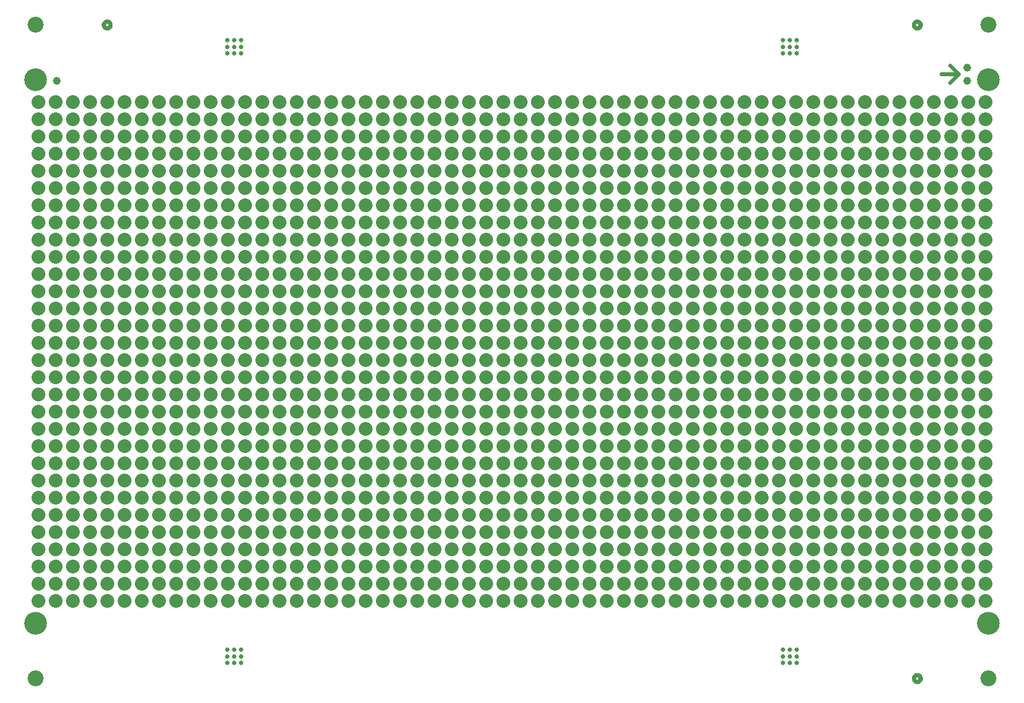
<source format=gts>
G75*
%MOIN*%
%OFA0B0*%
%FSLAX25Y25*%
%IPPOS*%
%LPD*%
%AMOC8*
5,1,8,0,0,1.08239X$1,22.5*
%
%ADD10C,0.13198*%
%ADD11C,0.02400*%
%ADD12C,0.02569*%
%ADD13C,0.09261*%
%ADD14C,0.04537*%
%ADD15C,0.08000*%
D10*
X0016427Y0040580D03*
X0016427Y0356721D03*
X0569576Y0356721D03*
X0569576Y0040580D03*
D11*
X0526269Y0008690D02*
X0526271Y0008778D01*
X0526277Y0008866D01*
X0526287Y0008954D01*
X0526301Y0009042D01*
X0526318Y0009128D01*
X0526340Y0009214D01*
X0526365Y0009298D01*
X0526395Y0009382D01*
X0526427Y0009464D01*
X0526464Y0009544D01*
X0526504Y0009623D01*
X0526548Y0009700D01*
X0526595Y0009775D01*
X0526645Y0009847D01*
X0526699Y0009918D01*
X0526755Y0009985D01*
X0526815Y0010051D01*
X0526877Y0010113D01*
X0526943Y0010173D01*
X0527010Y0010229D01*
X0527081Y0010283D01*
X0527153Y0010333D01*
X0527228Y0010380D01*
X0527305Y0010424D01*
X0527384Y0010464D01*
X0527464Y0010501D01*
X0527546Y0010533D01*
X0527630Y0010563D01*
X0527714Y0010588D01*
X0527800Y0010610D01*
X0527886Y0010627D01*
X0527974Y0010641D01*
X0528062Y0010651D01*
X0528150Y0010657D01*
X0528238Y0010659D01*
X0528326Y0010657D01*
X0528414Y0010651D01*
X0528502Y0010641D01*
X0528590Y0010627D01*
X0528676Y0010610D01*
X0528762Y0010588D01*
X0528846Y0010563D01*
X0528930Y0010533D01*
X0529012Y0010501D01*
X0529092Y0010464D01*
X0529171Y0010424D01*
X0529248Y0010380D01*
X0529323Y0010333D01*
X0529395Y0010283D01*
X0529466Y0010229D01*
X0529533Y0010173D01*
X0529599Y0010113D01*
X0529661Y0010051D01*
X0529721Y0009985D01*
X0529777Y0009918D01*
X0529831Y0009847D01*
X0529881Y0009775D01*
X0529928Y0009700D01*
X0529972Y0009623D01*
X0530012Y0009544D01*
X0530049Y0009464D01*
X0530081Y0009382D01*
X0530111Y0009298D01*
X0530136Y0009214D01*
X0530158Y0009128D01*
X0530175Y0009042D01*
X0530189Y0008954D01*
X0530199Y0008866D01*
X0530205Y0008778D01*
X0530207Y0008690D01*
X0530205Y0008602D01*
X0530199Y0008514D01*
X0530189Y0008426D01*
X0530175Y0008338D01*
X0530158Y0008252D01*
X0530136Y0008166D01*
X0530111Y0008082D01*
X0530081Y0007998D01*
X0530049Y0007916D01*
X0530012Y0007836D01*
X0529972Y0007757D01*
X0529928Y0007680D01*
X0529881Y0007605D01*
X0529831Y0007533D01*
X0529777Y0007462D01*
X0529721Y0007395D01*
X0529661Y0007329D01*
X0529599Y0007267D01*
X0529533Y0007207D01*
X0529466Y0007151D01*
X0529395Y0007097D01*
X0529323Y0007047D01*
X0529248Y0007000D01*
X0529171Y0006956D01*
X0529092Y0006916D01*
X0529012Y0006879D01*
X0528930Y0006847D01*
X0528846Y0006817D01*
X0528762Y0006792D01*
X0528676Y0006770D01*
X0528590Y0006753D01*
X0528502Y0006739D01*
X0528414Y0006729D01*
X0528326Y0006723D01*
X0528238Y0006721D01*
X0528150Y0006723D01*
X0528062Y0006729D01*
X0527974Y0006739D01*
X0527886Y0006753D01*
X0527800Y0006770D01*
X0527714Y0006792D01*
X0527630Y0006817D01*
X0527546Y0006847D01*
X0527464Y0006879D01*
X0527384Y0006916D01*
X0527305Y0006956D01*
X0527228Y0007000D01*
X0527153Y0007047D01*
X0527081Y0007097D01*
X0527010Y0007151D01*
X0526943Y0007207D01*
X0526877Y0007267D01*
X0526815Y0007329D01*
X0526755Y0007395D01*
X0526699Y0007462D01*
X0526645Y0007533D01*
X0526595Y0007605D01*
X0526548Y0007680D01*
X0526504Y0007757D01*
X0526464Y0007836D01*
X0526427Y0007916D01*
X0526395Y0007998D01*
X0526365Y0008082D01*
X0526340Y0008166D01*
X0526318Y0008252D01*
X0526301Y0008338D01*
X0526287Y0008426D01*
X0526277Y0008514D01*
X0526271Y0008602D01*
X0526269Y0008690D01*
X0547253Y0354900D02*
X0552253Y0359900D01*
X0547253Y0364900D01*
X0542253Y0359900D02*
X0552253Y0359900D01*
X0526269Y0388611D02*
X0526271Y0388699D01*
X0526277Y0388787D01*
X0526287Y0388875D01*
X0526301Y0388963D01*
X0526318Y0389049D01*
X0526340Y0389135D01*
X0526365Y0389219D01*
X0526395Y0389303D01*
X0526427Y0389385D01*
X0526464Y0389465D01*
X0526504Y0389544D01*
X0526548Y0389621D01*
X0526595Y0389696D01*
X0526645Y0389768D01*
X0526699Y0389839D01*
X0526755Y0389906D01*
X0526815Y0389972D01*
X0526877Y0390034D01*
X0526943Y0390094D01*
X0527010Y0390150D01*
X0527081Y0390204D01*
X0527153Y0390254D01*
X0527228Y0390301D01*
X0527305Y0390345D01*
X0527384Y0390385D01*
X0527464Y0390422D01*
X0527546Y0390454D01*
X0527630Y0390484D01*
X0527714Y0390509D01*
X0527800Y0390531D01*
X0527886Y0390548D01*
X0527974Y0390562D01*
X0528062Y0390572D01*
X0528150Y0390578D01*
X0528238Y0390580D01*
X0528326Y0390578D01*
X0528414Y0390572D01*
X0528502Y0390562D01*
X0528590Y0390548D01*
X0528676Y0390531D01*
X0528762Y0390509D01*
X0528846Y0390484D01*
X0528930Y0390454D01*
X0529012Y0390422D01*
X0529092Y0390385D01*
X0529171Y0390345D01*
X0529248Y0390301D01*
X0529323Y0390254D01*
X0529395Y0390204D01*
X0529466Y0390150D01*
X0529533Y0390094D01*
X0529599Y0390034D01*
X0529661Y0389972D01*
X0529721Y0389906D01*
X0529777Y0389839D01*
X0529831Y0389768D01*
X0529881Y0389696D01*
X0529928Y0389621D01*
X0529972Y0389544D01*
X0530012Y0389465D01*
X0530049Y0389385D01*
X0530081Y0389303D01*
X0530111Y0389219D01*
X0530136Y0389135D01*
X0530158Y0389049D01*
X0530175Y0388963D01*
X0530189Y0388875D01*
X0530199Y0388787D01*
X0530205Y0388699D01*
X0530207Y0388611D01*
X0530205Y0388523D01*
X0530199Y0388435D01*
X0530189Y0388347D01*
X0530175Y0388259D01*
X0530158Y0388173D01*
X0530136Y0388087D01*
X0530111Y0388003D01*
X0530081Y0387919D01*
X0530049Y0387837D01*
X0530012Y0387757D01*
X0529972Y0387678D01*
X0529928Y0387601D01*
X0529881Y0387526D01*
X0529831Y0387454D01*
X0529777Y0387383D01*
X0529721Y0387316D01*
X0529661Y0387250D01*
X0529599Y0387188D01*
X0529533Y0387128D01*
X0529466Y0387072D01*
X0529395Y0387018D01*
X0529323Y0386968D01*
X0529248Y0386921D01*
X0529171Y0386877D01*
X0529092Y0386837D01*
X0529012Y0386800D01*
X0528930Y0386768D01*
X0528846Y0386738D01*
X0528762Y0386713D01*
X0528676Y0386691D01*
X0528590Y0386674D01*
X0528502Y0386660D01*
X0528414Y0386650D01*
X0528326Y0386644D01*
X0528238Y0386642D01*
X0528150Y0386644D01*
X0528062Y0386650D01*
X0527974Y0386660D01*
X0527886Y0386674D01*
X0527800Y0386691D01*
X0527714Y0386713D01*
X0527630Y0386738D01*
X0527546Y0386768D01*
X0527464Y0386800D01*
X0527384Y0386837D01*
X0527305Y0386877D01*
X0527228Y0386921D01*
X0527153Y0386968D01*
X0527081Y0387018D01*
X0527010Y0387072D01*
X0526943Y0387128D01*
X0526877Y0387188D01*
X0526815Y0387250D01*
X0526755Y0387316D01*
X0526699Y0387383D01*
X0526645Y0387454D01*
X0526595Y0387526D01*
X0526548Y0387601D01*
X0526504Y0387678D01*
X0526464Y0387757D01*
X0526427Y0387837D01*
X0526395Y0387919D01*
X0526365Y0388003D01*
X0526340Y0388087D01*
X0526318Y0388173D01*
X0526301Y0388259D01*
X0526287Y0388347D01*
X0526277Y0388435D01*
X0526271Y0388523D01*
X0526269Y0388611D01*
X0055796Y0388611D02*
X0055798Y0388699D01*
X0055804Y0388787D01*
X0055814Y0388875D01*
X0055828Y0388963D01*
X0055845Y0389049D01*
X0055867Y0389135D01*
X0055892Y0389219D01*
X0055922Y0389303D01*
X0055954Y0389385D01*
X0055991Y0389465D01*
X0056031Y0389544D01*
X0056075Y0389621D01*
X0056122Y0389696D01*
X0056172Y0389768D01*
X0056226Y0389839D01*
X0056282Y0389906D01*
X0056342Y0389972D01*
X0056404Y0390034D01*
X0056470Y0390094D01*
X0056537Y0390150D01*
X0056608Y0390204D01*
X0056680Y0390254D01*
X0056755Y0390301D01*
X0056832Y0390345D01*
X0056911Y0390385D01*
X0056991Y0390422D01*
X0057073Y0390454D01*
X0057157Y0390484D01*
X0057241Y0390509D01*
X0057327Y0390531D01*
X0057413Y0390548D01*
X0057501Y0390562D01*
X0057589Y0390572D01*
X0057677Y0390578D01*
X0057765Y0390580D01*
X0057853Y0390578D01*
X0057941Y0390572D01*
X0058029Y0390562D01*
X0058117Y0390548D01*
X0058203Y0390531D01*
X0058289Y0390509D01*
X0058373Y0390484D01*
X0058457Y0390454D01*
X0058539Y0390422D01*
X0058619Y0390385D01*
X0058698Y0390345D01*
X0058775Y0390301D01*
X0058850Y0390254D01*
X0058922Y0390204D01*
X0058993Y0390150D01*
X0059060Y0390094D01*
X0059126Y0390034D01*
X0059188Y0389972D01*
X0059248Y0389906D01*
X0059304Y0389839D01*
X0059358Y0389768D01*
X0059408Y0389696D01*
X0059455Y0389621D01*
X0059499Y0389544D01*
X0059539Y0389465D01*
X0059576Y0389385D01*
X0059608Y0389303D01*
X0059638Y0389219D01*
X0059663Y0389135D01*
X0059685Y0389049D01*
X0059702Y0388963D01*
X0059716Y0388875D01*
X0059726Y0388787D01*
X0059732Y0388699D01*
X0059734Y0388611D01*
X0059732Y0388523D01*
X0059726Y0388435D01*
X0059716Y0388347D01*
X0059702Y0388259D01*
X0059685Y0388173D01*
X0059663Y0388087D01*
X0059638Y0388003D01*
X0059608Y0387919D01*
X0059576Y0387837D01*
X0059539Y0387757D01*
X0059499Y0387678D01*
X0059455Y0387601D01*
X0059408Y0387526D01*
X0059358Y0387454D01*
X0059304Y0387383D01*
X0059248Y0387316D01*
X0059188Y0387250D01*
X0059126Y0387188D01*
X0059060Y0387128D01*
X0058993Y0387072D01*
X0058922Y0387018D01*
X0058850Y0386968D01*
X0058775Y0386921D01*
X0058698Y0386877D01*
X0058619Y0386837D01*
X0058539Y0386800D01*
X0058457Y0386768D01*
X0058373Y0386738D01*
X0058289Y0386713D01*
X0058203Y0386691D01*
X0058117Y0386674D01*
X0058029Y0386660D01*
X0057941Y0386650D01*
X0057853Y0386644D01*
X0057765Y0386642D01*
X0057677Y0386644D01*
X0057589Y0386650D01*
X0057501Y0386660D01*
X0057413Y0386674D01*
X0057327Y0386691D01*
X0057241Y0386713D01*
X0057157Y0386738D01*
X0057073Y0386768D01*
X0056991Y0386800D01*
X0056911Y0386837D01*
X0056832Y0386877D01*
X0056755Y0386921D01*
X0056680Y0386968D01*
X0056608Y0387018D01*
X0056537Y0387072D01*
X0056470Y0387128D01*
X0056404Y0387188D01*
X0056342Y0387250D01*
X0056282Y0387316D01*
X0056226Y0387383D01*
X0056172Y0387454D01*
X0056122Y0387526D01*
X0056075Y0387601D01*
X0056031Y0387678D01*
X0055991Y0387757D01*
X0055954Y0387837D01*
X0055922Y0387919D01*
X0055892Y0388003D01*
X0055867Y0388087D01*
X0055845Y0388173D01*
X0055828Y0388259D01*
X0055814Y0388347D01*
X0055804Y0388435D01*
X0055798Y0388523D01*
X0055796Y0388611D01*
D12*
X0127647Y0379753D03*
X0131584Y0379753D03*
X0135521Y0379753D03*
X0135521Y0375816D03*
X0131584Y0375816D03*
X0127647Y0375816D03*
X0127647Y0371879D03*
X0131584Y0371879D03*
X0135521Y0371879D03*
X0450482Y0371879D03*
X0450482Y0375816D03*
X0450482Y0379753D03*
X0454419Y0379753D03*
X0458356Y0379753D03*
X0458356Y0375816D03*
X0454419Y0375816D03*
X0454419Y0371879D03*
X0458356Y0371879D03*
X0458356Y0025422D03*
X0458356Y0021485D03*
X0458356Y0017548D03*
X0454419Y0017548D03*
X0454419Y0021485D03*
X0454419Y0025422D03*
X0450482Y0025422D03*
X0450482Y0021485D03*
X0450482Y0017548D03*
X0135521Y0017548D03*
X0131584Y0017548D03*
X0127647Y0017548D03*
X0127647Y0021485D03*
X0127647Y0025422D03*
X0131584Y0025422D03*
X0131584Y0021485D03*
X0135521Y0021485D03*
X0135521Y0025422D03*
D13*
X0016427Y0008690D03*
X0016427Y0388611D03*
X0569576Y0388611D03*
X0569576Y0008690D03*
D14*
X0557253Y0356150D03*
X0557253Y0363650D03*
X0028750Y0356150D03*
D15*
X0028001Y0343650D03*
X0018001Y0343650D03*
X0018001Y0333650D03*
X0028001Y0333650D03*
X0028001Y0323650D03*
X0018001Y0323650D03*
X0018001Y0313650D03*
X0028001Y0313650D03*
X0028001Y0303650D03*
X0018001Y0303650D03*
X0018001Y0293650D03*
X0028001Y0293650D03*
X0028001Y0283650D03*
X0018001Y0283650D03*
X0018001Y0273650D03*
X0028001Y0273650D03*
X0028001Y0263650D03*
X0018001Y0263650D03*
X0018001Y0253650D03*
X0028001Y0253650D03*
X0028001Y0243650D03*
X0018001Y0243650D03*
X0018001Y0233650D03*
X0028001Y0233650D03*
X0028001Y0223650D03*
X0018001Y0223650D03*
X0018001Y0213650D03*
X0028001Y0213650D03*
X0028001Y0203650D03*
X0018001Y0203650D03*
X0018001Y0193650D03*
X0028001Y0193650D03*
X0028001Y0183650D03*
X0018001Y0183650D03*
X0018001Y0173650D03*
X0028001Y0173650D03*
X0028001Y0163650D03*
X0018001Y0163650D03*
X0018001Y0153650D03*
X0028001Y0153650D03*
X0028001Y0143650D03*
X0018001Y0143650D03*
X0018001Y0133650D03*
X0028001Y0133650D03*
X0028001Y0123650D03*
X0018001Y0123650D03*
X0018001Y0113650D03*
X0028001Y0113650D03*
X0028001Y0103650D03*
X0018001Y0103650D03*
X0018001Y0093650D03*
X0028001Y0093650D03*
X0028001Y0083650D03*
X0018001Y0083650D03*
X0018001Y0073650D03*
X0028001Y0073650D03*
X0028001Y0063650D03*
X0018001Y0063650D03*
X0018001Y0053650D03*
X0028001Y0053650D03*
X0038001Y0053650D03*
X0048001Y0053650D03*
X0058001Y0053650D03*
X0068001Y0053650D03*
X0078001Y0053650D03*
X0088001Y0053650D03*
X0098001Y0053650D03*
X0108001Y0053650D03*
X0118001Y0053650D03*
X0128001Y0053650D03*
X0138001Y0053650D03*
X0148001Y0053650D03*
X0158001Y0053650D03*
X0168001Y0053650D03*
X0178001Y0053650D03*
X0188001Y0053650D03*
X0198001Y0053650D03*
X0208001Y0053650D03*
X0218001Y0053650D03*
X0228001Y0053650D03*
X0238001Y0053650D03*
X0248001Y0053650D03*
X0258001Y0053650D03*
X0268001Y0053650D03*
X0278001Y0053650D03*
X0288001Y0053650D03*
X0298001Y0053650D03*
X0308001Y0053650D03*
X0318001Y0053650D03*
X0328001Y0053650D03*
X0338001Y0053650D03*
X0348001Y0053650D03*
X0358001Y0053650D03*
X0368001Y0053650D03*
X0378001Y0053650D03*
X0388001Y0053650D03*
X0398001Y0053650D03*
X0408001Y0053650D03*
X0418001Y0053650D03*
X0428001Y0053650D03*
X0438001Y0053650D03*
X0448001Y0053650D03*
X0458001Y0053650D03*
X0468001Y0053650D03*
X0478001Y0053650D03*
X0488001Y0053650D03*
X0498001Y0053650D03*
X0508001Y0053650D03*
X0518001Y0053650D03*
X0528001Y0053650D03*
X0538001Y0053650D03*
X0548001Y0053650D03*
X0558001Y0053650D03*
X0568001Y0053650D03*
X0568001Y0063650D03*
X0558001Y0063650D03*
X0548001Y0063650D03*
X0538001Y0063650D03*
X0528001Y0063650D03*
X0518001Y0063650D03*
X0508001Y0063650D03*
X0498001Y0063650D03*
X0488001Y0063650D03*
X0478001Y0063650D03*
X0468001Y0063650D03*
X0458001Y0063650D03*
X0448001Y0063650D03*
X0438001Y0063650D03*
X0428001Y0063650D03*
X0418001Y0063650D03*
X0408001Y0063650D03*
X0398001Y0063650D03*
X0388001Y0063650D03*
X0378001Y0063650D03*
X0368001Y0063650D03*
X0358001Y0063650D03*
X0348001Y0063650D03*
X0338001Y0063650D03*
X0328001Y0063650D03*
X0318001Y0063650D03*
X0308001Y0063650D03*
X0298001Y0063650D03*
X0288001Y0063650D03*
X0278001Y0063650D03*
X0268001Y0063650D03*
X0258001Y0063650D03*
X0248001Y0063650D03*
X0238001Y0063650D03*
X0228001Y0063650D03*
X0218001Y0063650D03*
X0208001Y0063650D03*
X0198001Y0063650D03*
X0188001Y0063650D03*
X0178001Y0063650D03*
X0168001Y0063650D03*
X0158001Y0063650D03*
X0148001Y0063650D03*
X0138001Y0063650D03*
X0128001Y0063650D03*
X0118001Y0063650D03*
X0108001Y0063650D03*
X0098001Y0063650D03*
X0088001Y0063650D03*
X0078001Y0063650D03*
X0068001Y0063650D03*
X0058001Y0063650D03*
X0048001Y0063650D03*
X0038001Y0063650D03*
X0038001Y0073650D03*
X0048001Y0073650D03*
X0058001Y0073650D03*
X0068001Y0073650D03*
X0078001Y0073650D03*
X0088001Y0073650D03*
X0098001Y0073650D03*
X0108001Y0073650D03*
X0118001Y0073650D03*
X0128001Y0073650D03*
X0138001Y0073650D03*
X0148001Y0073650D03*
X0158001Y0073650D03*
X0168001Y0073650D03*
X0178001Y0073650D03*
X0188001Y0073650D03*
X0198001Y0073650D03*
X0208001Y0073650D03*
X0218001Y0073650D03*
X0228001Y0073650D03*
X0238001Y0073650D03*
X0248001Y0073650D03*
X0258001Y0073650D03*
X0268001Y0073650D03*
X0278001Y0073650D03*
X0288001Y0073650D03*
X0298001Y0073650D03*
X0308001Y0073650D03*
X0318001Y0073650D03*
X0328001Y0073650D03*
X0338001Y0073650D03*
X0348001Y0073650D03*
X0358001Y0073650D03*
X0368001Y0073650D03*
X0378001Y0073650D03*
X0388001Y0073650D03*
X0398001Y0073650D03*
X0408001Y0073650D03*
X0418001Y0073650D03*
X0428001Y0073650D03*
X0438001Y0073650D03*
X0448001Y0073650D03*
X0458001Y0073650D03*
X0468001Y0073650D03*
X0478001Y0073650D03*
X0488001Y0073650D03*
X0498001Y0073650D03*
X0508001Y0073650D03*
X0518001Y0073650D03*
X0528001Y0073650D03*
X0538001Y0073650D03*
X0548001Y0073650D03*
X0558001Y0073650D03*
X0568001Y0073650D03*
X0568001Y0083650D03*
X0558001Y0083650D03*
X0548001Y0083650D03*
X0538001Y0083650D03*
X0528001Y0083650D03*
X0518001Y0083650D03*
X0508001Y0083650D03*
X0498001Y0083650D03*
X0488001Y0083650D03*
X0478001Y0083650D03*
X0468001Y0083650D03*
X0458001Y0083650D03*
X0448001Y0083650D03*
X0438001Y0083650D03*
X0428001Y0083650D03*
X0418001Y0083650D03*
X0408001Y0083650D03*
X0398001Y0083650D03*
X0388001Y0083650D03*
X0378001Y0083650D03*
X0368001Y0083650D03*
X0358001Y0083650D03*
X0348001Y0083650D03*
X0338001Y0083650D03*
X0328001Y0083650D03*
X0318001Y0083650D03*
X0308001Y0083650D03*
X0298001Y0083650D03*
X0288001Y0083650D03*
X0278001Y0083650D03*
X0268001Y0083650D03*
X0258001Y0083650D03*
X0248001Y0083650D03*
X0238001Y0083650D03*
X0228001Y0083650D03*
X0218001Y0083650D03*
X0208001Y0083650D03*
X0198001Y0083650D03*
X0188001Y0083650D03*
X0178001Y0083650D03*
X0168001Y0083650D03*
X0158001Y0083650D03*
X0148001Y0083650D03*
X0138001Y0083650D03*
X0128001Y0083650D03*
X0118001Y0083650D03*
X0108001Y0083650D03*
X0098001Y0083650D03*
X0088001Y0083650D03*
X0078001Y0083650D03*
X0068001Y0083650D03*
X0058001Y0083650D03*
X0048001Y0083650D03*
X0038001Y0083650D03*
X0038001Y0093650D03*
X0048001Y0093650D03*
X0058001Y0093650D03*
X0068001Y0093650D03*
X0078001Y0093650D03*
X0088001Y0093650D03*
X0098001Y0093650D03*
X0108001Y0093650D03*
X0118001Y0093650D03*
X0128001Y0093650D03*
X0138001Y0093650D03*
X0148001Y0093650D03*
X0158001Y0093650D03*
X0168001Y0093650D03*
X0178001Y0093650D03*
X0188001Y0093650D03*
X0198001Y0093650D03*
X0208001Y0093650D03*
X0218001Y0093650D03*
X0228001Y0093650D03*
X0238001Y0093650D03*
X0248001Y0093650D03*
X0258001Y0093650D03*
X0268001Y0093650D03*
X0278001Y0093650D03*
X0288001Y0093650D03*
X0298001Y0093650D03*
X0308001Y0093650D03*
X0318001Y0093650D03*
X0328001Y0093650D03*
X0338001Y0093650D03*
X0348001Y0093650D03*
X0358001Y0093650D03*
X0368001Y0093650D03*
X0378001Y0093650D03*
X0388001Y0093650D03*
X0398001Y0093650D03*
X0408001Y0093650D03*
X0418001Y0093650D03*
X0428001Y0093650D03*
X0438001Y0093650D03*
X0448001Y0093650D03*
X0458001Y0093650D03*
X0468001Y0093650D03*
X0478001Y0093650D03*
X0488001Y0093650D03*
X0498001Y0093650D03*
X0508001Y0093650D03*
X0518001Y0093650D03*
X0528001Y0093650D03*
X0538001Y0093650D03*
X0548001Y0093650D03*
X0558001Y0093650D03*
X0568001Y0093650D03*
X0568001Y0103650D03*
X0558001Y0103650D03*
X0548001Y0103650D03*
X0538001Y0103650D03*
X0528001Y0103650D03*
X0518001Y0103650D03*
X0508001Y0103650D03*
X0498001Y0103650D03*
X0488001Y0103650D03*
X0478001Y0103650D03*
X0468001Y0103650D03*
X0458001Y0103650D03*
X0448001Y0103650D03*
X0438001Y0103650D03*
X0428001Y0103650D03*
X0418001Y0103650D03*
X0408001Y0103650D03*
X0398001Y0103650D03*
X0388001Y0103650D03*
X0378001Y0103650D03*
X0368001Y0103650D03*
X0358001Y0103650D03*
X0348001Y0103650D03*
X0338001Y0103650D03*
X0328001Y0103650D03*
X0318001Y0103650D03*
X0308001Y0103650D03*
X0298001Y0103650D03*
X0288001Y0103650D03*
X0278001Y0103650D03*
X0268001Y0103650D03*
X0258001Y0103650D03*
X0248001Y0103650D03*
X0238001Y0103650D03*
X0228001Y0103650D03*
X0218001Y0103650D03*
X0208001Y0103650D03*
X0198001Y0103650D03*
X0188001Y0103650D03*
X0178001Y0103650D03*
X0168001Y0103650D03*
X0158001Y0103650D03*
X0148001Y0103650D03*
X0138001Y0103650D03*
X0128001Y0103650D03*
X0118001Y0103650D03*
X0108001Y0103650D03*
X0098001Y0103650D03*
X0088001Y0103650D03*
X0078001Y0103650D03*
X0068001Y0103650D03*
X0058001Y0103650D03*
X0048001Y0103650D03*
X0038001Y0103650D03*
X0038001Y0113650D03*
X0048001Y0113650D03*
X0058001Y0113650D03*
X0068001Y0113650D03*
X0078001Y0113650D03*
X0088001Y0113650D03*
X0098001Y0113650D03*
X0108001Y0113650D03*
X0118001Y0113650D03*
X0128001Y0113650D03*
X0138001Y0113650D03*
X0148001Y0113650D03*
X0158001Y0113650D03*
X0168001Y0113650D03*
X0178001Y0113650D03*
X0188001Y0113650D03*
X0198001Y0113650D03*
X0208001Y0113650D03*
X0218001Y0113650D03*
X0228001Y0113650D03*
X0238001Y0113650D03*
X0248001Y0113650D03*
X0258001Y0113650D03*
X0268001Y0113650D03*
X0278001Y0113650D03*
X0288001Y0113650D03*
X0298001Y0113650D03*
X0308001Y0113650D03*
X0318001Y0113650D03*
X0328001Y0113650D03*
X0338001Y0113650D03*
X0348001Y0113650D03*
X0358001Y0113650D03*
X0368001Y0113650D03*
X0378001Y0113650D03*
X0388001Y0113650D03*
X0398001Y0113650D03*
X0408001Y0113650D03*
X0418001Y0113650D03*
X0428001Y0113650D03*
X0438001Y0113650D03*
X0448001Y0113650D03*
X0458001Y0113650D03*
X0468001Y0113650D03*
X0478001Y0113650D03*
X0488001Y0113650D03*
X0498001Y0113650D03*
X0508001Y0113650D03*
X0518001Y0113650D03*
X0528001Y0113650D03*
X0538001Y0113650D03*
X0548001Y0113650D03*
X0558001Y0113650D03*
X0568001Y0113650D03*
X0568001Y0123650D03*
X0558001Y0123650D03*
X0548001Y0123650D03*
X0538001Y0123650D03*
X0528001Y0123650D03*
X0518001Y0123650D03*
X0508001Y0123650D03*
X0498001Y0123650D03*
X0488001Y0123650D03*
X0478001Y0123650D03*
X0468001Y0123650D03*
X0458001Y0123650D03*
X0448001Y0123650D03*
X0438001Y0123650D03*
X0428001Y0123650D03*
X0418001Y0123650D03*
X0408001Y0123650D03*
X0398001Y0123650D03*
X0388001Y0123650D03*
X0378001Y0123650D03*
X0368001Y0123650D03*
X0358001Y0123650D03*
X0348001Y0123650D03*
X0338001Y0123650D03*
X0328001Y0123650D03*
X0318001Y0123650D03*
X0308001Y0123650D03*
X0298001Y0123650D03*
X0288001Y0123650D03*
X0278001Y0123650D03*
X0268001Y0123650D03*
X0258001Y0123650D03*
X0248001Y0123650D03*
X0238001Y0123650D03*
X0228001Y0123650D03*
X0218001Y0123650D03*
X0208001Y0123650D03*
X0198001Y0123650D03*
X0188001Y0123650D03*
X0178001Y0123650D03*
X0168001Y0123650D03*
X0158001Y0123650D03*
X0148001Y0123650D03*
X0138001Y0123650D03*
X0128001Y0123650D03*
X0118001Y0123650D03*
X0108001Y0123650D03*
X0098001Y0123650D03*
X0088001Y0123650D03*
X0078001Y0123650D03*
X0068001Y0123650D03*
X0058001Y0123650D03*
X0048001Y0123650D03*
X0038001Y0123650D03*
X0038001Y0133650D03*
X0048001Y0133650D03*
X0058001Y0133650D03*
X0068001Y0133650D03*
X0078001Y0133650D03*
X0088001Y0133650D03*
X0098001Y0133650D03*
X0108001Y0133650D03*
X0118001Y0133650D03*
X0128001Y0133650D03*
X0138001Y0133650D03*
X0148001Y0133650D03*
X0158001Y0133650D03*
X0168001Y0133650D03*
X0178001Y0133650D03*
X0188001Y0133650D03*
X0198001Y0133650D03*
X0208001Y0133650D03*
X0218001Y0133650D03*
X0228001Y0133650D03*
X0238001Y0133650D03*
X0248001Y0133650D03*
X0258001Y0133650D03*
X0268001Y0133650D03*
X0278001Y0133650D03*
X0288001Y0133650D03*
X0298001Y0133650D03*
X0308001Y0133650D03*
X0318001Y0133650D03*
X0328001Y0133650D03*
X0338001Y0133650D03*
X0348001Y0133650D03*
X0358001Y0133650D03*
X0368001Y0133650D03*
X0378001Y0133650D03*
X0388001Y0133650D03*
X0398001Y0133650D03*
X0408001Y0133650D03*
X0418001Y0133650D03*
X0428001Y0133650D03*
X0438001Y0133650D03*
X0448001Y0133650D03*
X0458001Y0133650D03*
X0468001Y0133650D03*
X0478001Y0133650D03*
X0488001Y0133650D03*
X0498001Y0133650D03*
X0508001Y0133650D03*
X0518001Y0133650D03*
X0528001Y0133650D03*
X0538001Y0133650D03*
X0548001Y0133650D03*
X0558001Y0133650D03*
X0568001Y0133650D03*
X0568001Y0143650D03*
X0558001Y0143650D03*
X0548001Y0143650D03*
X0538001Y0143650D03*
X0528001Y0143650D03*
X0518001Y0143650D03*
X0508001Y0143650D03*
X0498001Y0143650D03*
X0488001Y0143650D03*
X0478001Y0143650D03*
X0468001Y0143650D03*
X0458001Y0143650D03*
X0448001Y0143650D03*
X0438001Y0143650D03*
X0428001Y0143650D03*
X0418001Y0143650D03*
X0408001Y0143650D03*
X0398001Y0143650D03*
X0388001Y0143650D03*
X0378001Y0143650D03*
X0368001Y0143650D03*
X0358001Y0143650D03*
X0348001Y0143650D03*
X0338001Y0143650D03*
X0328001Y0143650D03*
X0318001Y0143650D03*
X0308001Y0143650D03*
X0298001Y0143650D03*
X0288001Y0143650D03*
X0278001Y0143650D03*
X0268001Y0143650D03*
X0258001Y0143650D03*
X0248001Y0143650D03*
X0238001Y0143650D03*
X0228001Y0143650D03*
X0218001Y0143650D03*
X0208001Y0143650D03*
X0198001Y0143650D03*
X0188001Y0143650D03*
X0178001Y0143650D03*
X0168001Y0143650D03*
X0158001Y0143650D03*
X0148001Y0143650D03*
X0138001Y0143650D03*
X0128001Y0143650D03*
X0118001Y0143650D03*
X0108001Y0143650D03*
X0098001Y0143650D03*
X0088001Y0143650D03*
X0078001Y0143650D03*
X0068001Y0143650D03*
X0058001Y0143650D03*
X0048001Y0143650D03*
X0038001Y0143650D03*
X0038001Y0153650D03*
X0048001Y0153650D03*
X0058001Y0153650D03*
X0068001Y0153650D03*
X0078001Y0153650D03*
X0088001Y0153650D03*
X0098001Y0153650D03*
X0108001Y0153650D03*
X0118001Y0153650D03*
X0128001Y0153650D03*
X0138001Y0153650D03*
X0148001Y0153650D03*
X0158001Y0153650D03*
X0168001Y0153650D03*
X0178001Y0153650D03*
X0188001Y0153650D03*
X0198001Y0153650D03*
X0208001Y0153650D03*
X0218001Y0153650D03*
X0228001Y0153650D03*
X0238001Y0153650D03*
X0248001Y0153650D03*
X0258001Y0153650D03*
X0268001Y0153650D03*
X0278001Y0153650D03*
X0288001Y0153650D03*
X0298001Y0153650D03*
X0308001Y0153650D03*
X0318001Y0153650D03*
X0328001Y0153650D03*
X0338001Y0153650D03*
X0348001Y0153650D03*
X0358001Y0153650D03*
X0368001Y0153650D03*
X0378001Y0153650D03*
X0388001Y0153650D03*
X0398001Y0153650D03*
X0408001Y0153650D03*
X0418001Y0153650D03*
X0428001Y0153650D03*
X0438001Y0153650D03*
X0448001Y0153650D03*
X0458001Y0153650D03*
X0468001Y0153650D03*
X0478001Y0153650D03*
X0488001Y0153650D03*
X0498001Y0153650D03*
X0508001Y0153650D03*
X0518001Y0153650D03*
X0528001Y0153650D03*
X0538001Y0153650D03*
X0548001Y0153650D03*
X0558001Y0153650D03*
X0568001Y0153650D03*
X0568001Y0163650D03*
X0558001Y0163650D03*
X0548001Y0163650D03*
X0538001Y0163650D03*
X0528001Y0163650D03*
X0518001Y0163650D03*
X0508001Y0163650D03*
X0498001Y0163650D03*
X0488001Y0163650D03*
X0478001Y0163650D03*
X0468001Y0163650D03*
X0458001Y0163650D03*
X0448001Y0163650D03*
X0438001Y0163650D03*
X0428001Y0163650D03*
X0418001Y0163650D03*
X0408001Y0163650D03*
X0398001Y0163650D03*
X0388001Y0163650D03*
X0378001Y0163650D03*
X0368001Y0163650D03*
X0358001Y0163650D03*
X0348001Y0163650D03*
X0338001Y0163650D03*
X0328001Y0163650D03*
X0318001Y0163650D03*
X0308001Y0163650D03*
X0298001Y0163650D03*
X0288001Y0163650D03*
X0278001Y0163650D03*
X0268001Y0163650D03*
X0258001Y0163650D03*
X0248001Y0163650D03*
X0238001Y0163650D03*
X0228001Y0163650D03*
X0218001Y0163650D03*
X0208001Y0163650D03*
X0198001Y0163650D03*
X0188001Y0163650D03*
X0178001Y0163650D03*
X0168001Y0163650D03*
X0158001Y0163650D03*
X0148001Y0163650D03*
X0138001Y0163650D03*
X0128001Y0163650D03*
X0118001Y0163650D03*
X0108001Y0163650D03*
X0098001Y0163650D03*
X0088001Y0163650D03*
X0078001Y0163650D03*
X0068001Y0163650D03*
X0058001Y0163650D03*
X0048001Y0163650D03*
X0038001Y0163650D03*
X0038001Y0173650D03*
X0048001Y0173650D03*
X0058001Y0173650D03*
X0068001Y0173650D03*
X0078001Y0173650D03*
X0088001Y0173650D03*
X0098001Y0173650D03*
X0108001Y0173650D03*
X0118001Y0173650D03*
X0128001Y0173650D03*
X0138001Y0173650D03*
X0148001Y0173650D03*
X0158001Y0173650D03*
X0168001Y0173650D03*
X0178001Y0173650D03*
X0188001Y0173650D03*
X0198001Y0173650D03*
X0208001Y0173650D03*
X0218001Y0173650D03*
X0228001Y0173650D03*
X0238001Y0173650D03*
X0248001Y0173650D03*
X0258001Y0173650D03*
X0268001Y0173650D03*
X0278001Y0173650D03*
X0288001Y0173650D03*
X0298001Y0173650D03*
X0308001Y0173650D03*
X0318001Y0173650D03*
X0328001Y0173650D03*
X0338001Y0173650D03*
X0348001Y0173650D03*
X0358001Y0173650D03*
X0368001Y0173650D03*
X0378001Y0173650D03*
X0388001Y0173650D03*
X0398001Y0173650D03*
X0408001Y0173650D03*
X0418001Y0173650D03*
X0428001Y0173650D03*
X0438001Y0173650D03*
X0448001Y0173650D03*
X0458001Y0173650D03*
X0468001Y0173650D03*
X0478001Y0173650D03*
X0488001Y0173650D03*
X0498001Y0173650D03*
X0508001Y0173650D03*
X0518001Y0173650D03*
X0528001Y0173650D03*
X0538001Y0173650D03*
X0548001Y0173650D03*
X0558001Y0173650D03*
X0568001Y0173650D03*
X0568001Y0183650D03*
X0558001Y0183650D03*
X0548001Y0183650D03*
X0538001Y0183650D03*
X0528001Y0183650D03*
X0518001Y0183650D03*
X0508001Y0183650D03*
X0498001Y0183650D03*
X0488001Y0183650D03*
X0478001Y0183650D03*
X0468001Y0183650D03*
X0458001Y0183650D03*
X0448001Y0183650D03*
X0438001Y0183650D03*
X0428001Y0183650D03*
X0418001Y0183650D03*
X0408001Y0183650D03*
X0398001Y0183650D03*
X0388001Y0183650D03*
X0378001Y0183650D03*
X0368001Y0183650D03*
X0358001Y0183650D03*
X0348001Y0183650D03*
X0338001Y0183650D03*
X0328001Y0183650D03*
X0318001Y0183650D03*
X0308001Y0183650D03*
X0298001Y0183650D03*
X0288001Y0183650D03*
X0278001Y0183650D03*
X0268001Y0183650D03*
X0258001Y0183650D03*
X0248001Y0183650D03*
X0238001Y0183650D03*
X0228001Y0183650D03*
X0218001Y0183650D03*
X0208001Y0183650D03*
X0198001Y0183650D03*
X0188001Y0183650D03*
X0178001Y0183650D03*
X0168001Y0183650D03*
X0158001Y0183650D03*
X0148001Y0183650D03*
X0138001Y0183650D03*
X0128001Y0183650D03*
X0118001Y0183650D03*
X0108001Y0183650D03*
X0098001Y0183650D03*
X0088001Y0183650D03*
X0078001Y0183650D03*
X0068001Y0183650D03*
X0058001Y0183650D03*
X0048001Y0183650D03*
X0038001Y0183650D03*
X0038001Y0193650D03*
X0048001Y0193650D03*
X0058001Y0193650D03*
X0068001Y0193650D03*
X0078001Y0193650D03*
X0088001Y0193650D03*
X0098001Y0193650D03*
X0108001Y0193650D03*
X0118001Y0193650D03*
X0128001Y0193650D03*
X0138001Y0193650D03*
X0148001Y0193650D03*
X0158001Y0193650D03*
X0168001Y0193650D03*
X0178001Y0193650D03*
X0188001Y0193650D03*
X0198001Y0193650D03*
X0208001Y0193650D03*
X0218001Y0193650D03*
X0228001Y0193650D03*
X0238001Y0193650D03*
X0248001Y0193650D03*
X0258001Y0193650D03*
X0268001Y0193650D03*
X0278001Y0193650D03*
X0288001Y0193650D03*
X0298001Y0193650D03*
X0308001Y0193650D03*
X0318001Y0193650D03*
X0328001Y0193650D03*
X0338001Y0193650D03*
X0348001Y0193650D03*
X0358001Y0193650D03*
X0368001Y0193650D03*
X0378001Y0193650D03*
X0388001Y0193650D03*
X0398001Y0193650D03*
X0408001Y0193650D03*
X0418001Y0193650D03*
X0428001Y0193650D03*
X0438001Y0193650D03*
X0448001Y0193650D03*
X0458001Y0193650D03*
X0468001Y0193650D03*
X0478001Y0193650D03*
X0488001Y0193650D03*
X0498001Y0193650D03*
X0508001Y0193650D03*
X0518001Y0193650D03*
X0528001Y0193650D03*
X0538001Y0193650D03*
X0548001Y0193650D03*
X0558001Y0193650D03*
X0568001Y0193650D03*
X0568001Y0203650D03*
X0558001Y0203650D03*
X0548001Y0203650D03*
X0538001Y0203650D03*
X0528001Y0203650D03*
X0518001Y0203650D03*
X0508001Y0203650D03*
X0498001Y0203650D03*
X0488001Y0203650D03*
X0478001Y0203650D03*
X0468001Y0203650D03*
X0458001Y0203650D03*
X0448001Y0203650D03*
X0438001Y0203650D03*
X0428001Y0203650D03*
X0418001Y0203650D03*
X0408001Y0203650D03*
X0398001Y0203650D03*
X0388001Y0203650D03*
X0378001Y0203650D03*
X0368001Y0203650D03*
X0358001Y0203650D03*
X0348001Y0203650D03*
X0338001Y0203650D03*
X0328001Y0203650D03*
X0318001Y0203650D03*
X0308001Y0203650D03*
X0298001Y0203650D03*
X0288001Y0203650D03*
X0278001Y0203650D03*
X0268001Y0203650D03*
X0258001Y0203650D03*
X0248001Y0203650D03*
X0238001Y0203650D03*
X0228001Y0203650D03*
X0218001Y0203650D03*
X0208001Y0203650D03*
X0198001Y0203650D03*
X0188001Y0203650D03*
X0178001Y0203650D03*
X0168001Y0203650D03*
X0158001Y0203650D03*
X0148001Y0203650D03*
X0138001Y0203650D03*
X0128001Y0203650D03*
X0118001Y0203650D03*
X0108001Y0203650D03*
X0098001Y0203650D03*
X0088001Y0203650D03*
X0078001Y0203650D03*
X0068001Y0203650D03*
X0058001Y0203650D03*
X0048001Y0203650D03*
X0038001Y0203650D03*
X0038001Y0213650D03*
X0048001Y0213650D03*
X0058001Y0213650D03*
X0068001Y0213650D03*
X0078001Y0213650D03*
X0088001Y0213650D03*
X0098001Y0213650D03*
X0108001Y0213650D03*
X0118001Y0213650D03*
X0128001Y0213650D03*
X0138001Y0213650D03*
X0148001Y0213650D03*
X0158001Y0213650D03*
X0168001Y0213650D03*
X0178001Y0213650D03*
X0188001Y0213650D03*
X0198001Y0213650D03*
X0208001Y0213650D03*
X0218001Y0213650D03*
X0228001Y0213650D03*
X0238001Y0213650D03*
X0248001Y0213650D03*
X0258001Y0213650D03*
X0268001Y0213650D03*
X0278001Y0213650D03*
X0288001Y0213650D03*
X0298001Y0213650D03*
X0308001Y0213650D03*
X0318001Y0213650D03*
X0328001Y0213650D03*
X0338001Y0213650D03*
X0348001Y0213650D03*
X0358001Y0213650D03*
X0368001Y0213650D03*
X0378001Y0213650D03*
X0388001Y0213650D03*
X0398001Y0213650D03*
X0408001Y0213650D03*
X0418001Y0213650D03*
X0428001Y0213650D03*
X0438001Y0213650D03*
X0448001Y0213650D03*
X0458001Y0213650D03*
X0468001Y0213650D03*
X0478001Y0213650D03*
X0488001Y0213650D03*
X0498001Y0213650D03*
X0508001Y0213650D03*
X0518001Y0213650D03*
X0528001Y0213650D03*
X0538001Y0213650D03*
X0548001Y0213650D03*
X0558001Y0213650D03*
X0568001Y0213650D03*
X0568001Y0223650D03*
X0558001Y0223650D03*
X0548001Y0223650D03*
X0538001Y0223650D03*
X0528001Y0223650D03*
X0518001Y0223650D03*
X0508001Y0223650D03*
X0498001Y0223650D03*
X0488001Y0223650D03*
X0478001Y0223650D03*
X0468001Y0223650D03*
X0458001Y0223650D03*
X0448001Y0223650D03*
X0438001Y0223650D03*
X0428001Y0223650D03*
X0418001Y0223650D03*
X0408001Y0223650D03*
X0398001Y0223650D03*
X0388001Y0223650D03*
X0378001Y0223650D03*
X0368001Y0223650D03*
X0358001Y0223650D03*
X0348001Y0223650D03*
X0338001Y0223650D03*
X0328001Y0223650D03*
X0318001Y0223650D03*
X0308001Y0223650D03*
X0298001Y0223650D03*
X0288001Y0223650D03*
X0278001Y0223650D03*
X0268001Y0223650D03*
X0258001Y0223650D03*
X0248001Y0223650D03*
X0238001Y0223650D03*
X0228001Y0223650D03*
X0218001Y0223650D03*
X0208001Y0223650D03*
X0198001Y0223650D03*
X0188001Y0223650D03*
X0178001Y0223650D03*
X0168001Y0223650D03*
X0158001Y0223650D03*
X0148001Y0223650D03*
X0138001Y0223650D03*
X0128001Y0223650D03*
X0118001Y0223650D03*
X0108001Y0223650D03*
X0098001Y0223650D03*
X0088001Y0223650D03*
X0078001Y0223650D03*
X0068001Y0223650D03*
X0058001Y0223650D03*
X0048001Y0223650D03*
X0038001Y0223650D03*
X0038001Y0233650D03*
X0048001Y0233650D03*
X0058001Y0233650D03*
X0068001Y0233650D03*
X0078001Y0233650D03*
X0088001Y0233650D03*
X0098001Y0233650D03*
X0108001Y0233650D03*
X0118001Y0233650D03*
X0128001Y0233650D03*
X0138001Y0233650D03*
X0148001Y0233650D03*
X0158001Y0233650D03*
X0168001Y0233650D03*
X0178001Y0233650D03*
X0188001Y0233650D03*
X0198001Y0233650D03*
X0208001Y0233650D03*
X0218001Y0233650D03*
X0228001Y0233650D03*
X0238001Y0233650D03*
X0248001Y0233650D03*
X0258001Y0233650D03*
X0268001Y0233650D03*
X0278001Y0233650D03*
X0288001Y0233650D03*
X0298001Y0233650D03*
X0308001Y0233650D03*
X0318001Y0233650D03*
X0328001Y0233650D03*
X0338001Y0233650D03*
X0348001Y0233650D03*
X0358001Y0233650D03*
X0368001Y0233650D03*
X0378001Y0233650D03*
X0388001Y0233650D03*
X0398001Y0233650D03*
X0408001Y0233650D03*
X0418001Y0233650D03*
X0428001Y0233650D03*
X0438001Y0233650D03*
X0448001Y0233650D03*
X0458001Y0233650D03*
X0468001Y0233650D03*
X0478001Y0233650D03*
X0488001Y0233650D03*
X0498001Y0233650D03*
X0508001Y0233650D03*
X0518001Y0233650D03*
X0528001Y0233650D03*
X0538001Y0233650D03*
X0548001Y0233650D03*
X0558001Y0233650D03*
X0568001Y0233650D03*
X0568001Y0243650D03*
X0558001Y0243650D03*
X0548001Y0243650D03*
X0538001Y0243650D03*
X0528001Y0243650D03*
X0518001Y0243650D03*
X0508001Y0243650D03*
X0498001Y0243650D03*
X0488001Y0243650D03*
X0478001Y0243650D03*
X0468001Y0243650D03*
X0458001Y0243650D03*
X0448001Y0243650D03*
X0438001Y0243650D03*
X0428001Y0243650D03*
X0418001Y0243650D03*
X0408001Y0243650D03*
X0398001Y0243650D03*
X0388001Y0243650D03*
X0378001Y0243650D03*
X0368001Y0243650D03*
X0358001Y0243650D03*
X0348001Y0243650D03*
X0338001Y0243650D03*
X0328001Y0243650D03*
X0318001Y0243650D03*
X0308001Y0243650D03*
X0298001Y0243650D03*
X0288001Y0243650D03*
X0278001Y0243650D03*
X0268001Y0243650D03*
X0258001Y0243650D03*
X0248001Y0243650D03*
X0238001Y0243650D03*
X0228001Y0243650D03*
X0218001Y0243650D03*
X0208001Y0243650D03*
X0198001Y0243650D03*
X0188001Y0243650D03*
X0178001Y0243650D03*
X0168001Y0243650D03*
X0158001Y0243650D03*
X0148001Y0243650D03*
X0138001Y0243650D03*
X0128001Y0243650D03*
X0118001Y0243650D03*
X0108001Y0243650D03*
X0098001Y0243650D03*
X0088001Y0243650D03*
X0078001Y0243650D03*
X0068001Y0243650D03*
X0058001Y0243650D03*
X0048001Y0243650D03*
X0038001Y0243650D03*
X0038001Y0253650D03*
X0048001Y0253650D03*
X0058001Y0253650D03*
X0068001Y0253650D03*
X0078001Y0253650D03*
X0088001Y0253650D03*
X0098001Y0253650D03*
X0108001Y0253650D03*
X0118001Y0253650D03*
X0128001Y0253650D03*
X0138001Y0253650D03*
X0148001Y0253650D03*
X0158001Y0253650D03*
X0168001Y0253650D03*
X0178001Y0253650D03*
X0188001Y0253650D03*
X0198001Y0253650D03*
X0208001Y0253650D03*
X0218001Y0253650D03*
X0228001Y0253650D03*
X0238001Y0253650D03*
X0248001Y0253650D03*
X0258001Y0253650D03*
X0268001Y0253650D03*
X0278001Y0253650D03*
X0288001Y0253650D03*
X0298001Y0253650D03*
X0308001Y0253650D03*
X0318001Y0253650D03*
X0328001Y0253650D03*
X0338001Y0253650D03*
X0348001Y0253650D03*
X0358001Y0253650D03*
X0368001Y0253650D03*
X0378001Y0253650D03*
X0388001Y0253650D03*
X0398001Y0253650D03*
X0408001Y0253650D03*
X0418001Y0253650D03*
X0428001Y0253650D03*
X0438001Y0253650D03*
X0448001Y0253650D03*
X0458001Y0253650D03*
X0468001Y0253650D03*
X0478001Y0253650D03*
X0488001Y0253650D03*
X0498001Y0253650D03*
X0508001Y0253650D03*
X0518001Y0253650D03*
X0528001Y0253650D03*
X0538001Y0253650D03*
X0548001Y0253650D03*
X0558001Y0253650D03*
X0568001Y0253650D03*
X0568001Y0263650D03*
X0558001Y0263650D03*
X0548001Y0263650D03*
X0538001Y0263650D03*
X0528001Y0263650D03*
X0518001Y0263650D03*
X0508001Y0263650D03*
X0498001Y0263650D03*
X0488001Y0263650D03*
X0478001Y0263650D03*
X0468001Y0263650D03*
X0458001Y0263650D03*
X0448001Y0263650D03*
X0438001Y0263650D03*
X0428001Y0263650D03*
X0418001Y0263650D03*
X0408001Y0263650D03*
X0398001Y0263650D03*
X0388001Y0263650D03*
X0378001Y0263650D03*
X0368001Y0263650D03*
X0358001Y0263650D03*
X0348001Y0263650D03*
X0338001Y0263650D03*
X0328001Y0263650D03*
X0318001Y0263650D03*
X0308001Y0263650D03*
X0298001Y0263650D03*
X0288001Y0263650D03*
X0278001Y0263650D03*
X0268001Y0263650D03*
X0258001Y0263650D03*
X0248001Y0263650D03*
X0238001Y0263650D03*
X0228001Y0263650D03*
X0218001Y0263650D03*
X0208001Y0263650D03*
X0198001Y0263650D03*
X0188001Y0263650D03*
X0178001Y0263650D03*
X0168001Y0263650D03*
X0158001Y0263650D03*
X0148001Y0263650D03*
X0138001Y0263650D03*
X0128001Y0263650D03*
X0118001Y0263650D03*
X0108001Y0263650D03*
X0098001Y0263650D03*
X0088001Y0263650D03*
X0078001Y0263650D03*
X0068001Y0263650D03*
X0058001Y0263650D03*
X0048001Y0263650D03*
X0038001Y0263650D03*
X0038001Y0273650D03*
X0048001Y0273650D03*
X0058001Y0273650D03*
X0068001Y0273650D03*
X0078001Y0273650D03*
X0088001Y0273650D03*
X0098001Y0273650D03*
X0108001Y0273650D03*
X0118001Y0273650D03*
X0128001Y0273650D03*
X0138001Y0273650D03*
X0148001Y0273650D03*
X0158001Y0273650D03*
X0168001Y0273650D03*
X0178001Y0273650D03*
X0188001Y0273650D03*
X0198001Y0273650D03*
X0208001Y0273650D03*
X0218001Y0273650D03*
X0228001Y0273650D03*
X0238001Y0273650D03*
X0248001Y0273650D03*
X0258001Y0273650D03*
X0268001Y0273650D03*
X0278001Y0273650D03*
X0288001Y0273650D03*
X0298001Y0273650D03*
X0308001Y0273650D03*
X0318001Y0273650D03*
X0328001Y0273650D03*
X0338001Y0273650D03*
X0348001Y0273650D03*
X0358001Y0273650D03*
X0368001Y0273650D03*
X0378001Y0273650D03*
X0388001Y0273650D03*
X0398001Y0273650D03*
X0408001Y0273650D03*
X0418001Y0273650D03*
X0428001Y0273650D03*
X0438001Y0273650D03*
X0448001Y0273650D03*
X0458001Y0273650D03*
X0468001Y0273650D03*
X0478001Y0273650D03*
X0488001Y0273650D03*
X0498001Y0273650D03*
X0508001Y0273650D03*
X0518001Y0273650D03*
X0528001Y0273650D03*
X0538001Y0273650D03*
X0548001Y0273650D03*
X0558001Y0273650D03*
X0568001Y0273650D03*
X0568001Y0283650D03*
X0558001Y0283650D03*
X0548001Y0283650D03*
X0538001Y0283650D03*
X0528001Y0283650D03*
X0518001Y0283650D03*
X0508001Y0283650D03*
X0498001Y0283650D03*
X0488001Y0283650D03*
X0478001Y0283650D03*
X0468001Y0283650D03*
X0458001Y0283650D03*
X0448001Y0283650D03*
X0438001Y0283650D03*
X0428001Y0283650D03*
X0418001Y0283650D03*
X0408001Y0283650D03*
X0398001Y0283650D03*
X0388001Y0283650D03*
X0378001Y0283650D03*
X0368001Y0283650D03*
X0358001Y0283650D03*
X0348001Y0283650D03*
X0338001Y0283650D03*
X0328001Y0283650D03*
X0318001Y0283650D03*
X0308001Y0283650D03*
X0298001Y0283650D03*
X0288001Y0283650D03*
X0278001Y0283650D03*
X0268001Y0283650D03*
X0258001Y0283650D03*
X0248001Y0283650D03*
X0238001Y0283650D03*
X0228001Y0283650D03*
X0218001Y0283650D03*
X0208001Y0283650D03*
X0198001Y0283650D03*
X0188001Y0283650D03*
X0178001Y0283650D03*
X0168001Y0283650D03*
X0158001Y0283650D03*
X0148001Y0283650D03*
X0138001Y0283650D03*
X0128001Y0283650D03*
X0118001Y0283650D03*
X0108001Y0283650D03*
X0098001Y0283650D03*
X0088001Y0283650D03*
X0078001Y0283650D03*
X0068001Y0283650D03*
X0058001Y0283650D03*
X0048001Y0283650D03*
X0038001Y0283650D03*
X0038001Y0293650D03*
X0048001Y0293650D03*
X0058001Y0293650D03*
X0068001Y0293650D03*
X0078001Y0293650D03*
X0088001Y0293650D03*
X0098001Y0293650D03*
X0108001Y0293650D03*
X0118001Y0293650D03*
X0128001Y0293650D03*
X0138001Y0293650D03*
X0148001Y0293650D03*
X0158001Y0293650D03*
X0168001Y0293650D03*
X0178001Y0293650D03*
X0188001Y0293650D03*
X0198001Y0293650D03*
X0208001Y0293650D03*
X0218001Y0293650D03*
X0228001Y0293650D03*
X0238001Y0293650D03*
X0248001Y0293650D03*
X0258001Y0293650D03*
X0268001Y0293650D03*
X0278001Y0293650D03*
X0288001Y0293650D03*
X0298001Y0293650D03*
X0308001Y0293650D03*
X0318001Y0293650D03*
X0328001Y0293650D03*
X0338001Y0293650D03*
X0348001Y0293650D03*
X0358001Y0293650D03*
X0368001Y0293650D03*
X0378001Y0293650D03*
X0388001Y0293650D03*
X0398001Y0293650D03*
X0408001Y0293650D03*
X0418001Y0293650D03*
X0428001Y0293650D03*
X0438001Y0293650D03*
X0448001Y0293650D03*
X0458001Y0293650D03*
X0468001Y0293650D03*
X0478001Y0293650D03*
X0488001Y0293650D03*
X0498001Y0293650D03*
X0508001Y0293650D03*
X0518001Y0293650D03*
X0528001Y0293650D03*
X0538001Y0293650D03*
X0548001Y0293650D03*
X0558001Y0293650D03*
X0568001Y0293650D03*
X0568001Y0303650D03*
X0558001Y0303650D03*
X0548001Y0303650D03*
X0538001Y0303650D03*
X0528001Y0303650D03*
X0518001Y0303650D03*
X0508001Y0303650D03*
X0498001Y0303650D03*
X0488001Y0303650D03*
X0478001Y0303650D03*
X0468001Y0303650D03*
X0458001Y0303650D03*
X0448001Y0303650D03*
X0438001Y0303650D03*
X0428001Y0303650D03*
X0418001Y0303650D03*
X0408001Y0303650D03*
X0398001Y0303650D03*
X0388001Y0303650D03*
X0378001Y0303650D03*
X0368001Y0303650D03*
X0358001Y0303650D03*
X0348001Y0303650D03*
X0338001Y0303650D03*
X0328001Y0303650D03*
X0318001Y0303650D03*
X0308001Y0303650D03*
X0298001Y0303650D03*
X0288001Y0303650D03*
X0278001Y0303650D03*
X0268001Y0303650D03*
X0258001Y0303650D03*
X0248001Y0303650D03*
X0238001Y0303650D03*
X0228001Y0303650D03*
X0218001Y0303650D03*
X0208001Y0303650D03*
X0198001Y0303650D03*
X0188001Y0303650D03*
X0178001Y0303650D03*
X0168001Y0303650D03*
X0158001Y0303650D03*
X0148001Y0303650D03*
X0138001Y0303650D03*
X0128001Y0303650D03*
X0118001Y0303650D03*
X0108001Y0303650D03*
X0098001Y0303650D03*
X0088001Y0303650D03*
X0078001Y0303650D03*
X0068001Y0303650D03*
X0058001Y0303650D03*
X0048001Y0303650D03*
X0038001Y0303650D03*
X0038001Y0313650D03*
X0048001Y0313650D03*
X0058001Y0313650D03*
X0068001Y0313650D03*
X0078001Y0313650D03*
X0088001Y0313650D03*
X0098001Y0313650D03*
X0108001Y0313650D03*
X0118001Y0313650D03*
X0128001Y0313650D03*
X0138001Y0313650D03*
X0148001Y0313650D03*
X0158001Y0313650D03*
X0168001Y0313650D03*
X0178001Y0313650D03*
X0188001Y0313650D03*
X0198001Y0313650D03*
X0208001Y0313650D03*
X0218001Y0313650D03*
X0228001Y0313650D03*
X0238001Y0313650D03*
X0248001Y0313650D03*
X0258001Y0313650D03*
X0268001Y0313650D03*
X0278001Y0313650D03*
X0288001Y0313650D03*
X0298001Y0313650D03*
X0308001Y0313650D03*
X0318001Y0313650D03*
X0328001Y0313650D03*
X0338001Y0313650D03*
X0348001Y0313650D03*
X0358001Y0313650D03*
X0368001Y0313650D03*
X0378001Y0313650D03*
X0388001Y0313650D03*
X0398001Y0313650D03*
X0408001Y0313650D03*
X0418001Y0313650D03*
X0428001Y0313650D03*
X0438001Y0313650D03*
X0448001Y0313650D03*
X0458001Y0313650D03*
X0468001Y0313650D03*
X0478001Y0313650D03*
X0488001Y0313650D03*
X0498001Y0313650D03*
X0508001Y0313650D03*
X0518001Y0313650D03*
X0528001Y0313650D03*
X0538001Y0313650D03*
X0548001Y0313650D03*
X0558001Y0313650D03*
X0568001Y0313650D03*
X0568001Y0323650D03*
X0558001Y0323650D03*
X0548001Y0323650D03*
X0538001Y0323650D03*
X0528001Y0323650D03*
X0518001Y0323650D03*
X0508001Y0323650D03*
X0498001Y0323650D03*
X0488001Y0323650D03*
X0478001Y0323650D03*
X0468001Y0323650D03*
X0458001Y0323650D03*
X0448001Y0323650D03*
X0438001Y0323650D03*
X0428001Y0323650D03*
X0418001Y0323650D03*
X0408001Y0323650D03*
X0398001Y0323650D03*
X0388001Y0323650D03*
X0378001Y0323650D03*
X0368001Y0323650D03*
X0358001Y0323650D03*
X0348001Y0323650D03*
X0338001Y0323650D03*
X0328001Y0323650D03*
X0318001Y0323650D03*
X0308001Y0323650D03*
X0298001Y0323650D03*
X0288001Y0323650D03*
X0278001Y0323650D03*
X0268001Y0323650D03*
X0258001Y0323650D03*
X0248001Y0323650D03*
X0238001Y0323650D03*
X0228001Y0323650D03*
X0218001Y0323650D03*
X0208001Y0323650D03*
X0198001Y0323650D03*
X0188001Y0323650D03*
X0178001Y0323650D03*
X0168001Y0323650D03*
X0158001Y0323650D03*
X0148001Y0323650D03*
X0138001Y0323650D03*
X0128001Y0323650D03*
X0118001Y0323650D03*
X0108001Y0323650D03*
X0098001Y0323650D03*
X0088001Y0323650D03*
X0078001Y0323650D03*
X0068001Y0323650D03*
X0058001Y0323650D03*
X0048001Y0323650D03*
X0038001Y0323650D03*
X0038001Y0333650D03*
X0048001Y0333650D03*
X0058001Y0333650D03*
X0068001Y0333650D03*
X0078001Y0333650D03*
X0088001Y0333650D03*
X0098001Y0333650D03*
X0108001Y0333650D03*
X0118001Y0333650D03*
X0128001Y0333650D03*
X0138001Y0333650D03*
X0148001Y0333650D03*
X0158001Y0333650D03*
X0168001Y0333650D03*
X0178001Y0333650D03*
X0188001Y0333650D03*
X0198001Y0333650D03*
X0208001Y0333650D03*
X0218001Y0333650D03*
X0228001Y0333650D03*
X0238001Y0333650D03*
X0248001Y0333650D03*
X0258001Y0333650D03*
X0268001Y0333650D03*
X0278001Y0333650D03*
X0288001Y0333650D03*
X0298001Y0333650D03*
X0308001Y0333650D03*
X0318001Y0333650D03*
X0328001Y0333650D03*
X0338001Y0333650D03*
X0348001Y0333650D03*
X0358001Y0333650D03*
X0368001Y0333650D03*
X0378001Y0333650D03*
X0388001Y0333650D03*
X0398001Y0333650D03*
X0408001Y0333650D03*
X0418001Y0333650D03*
X0428001Y0333650D03*
X0438001Y0333650D03*
X0448001Y0333650D03*
X0458001Y0333650D03*
X0468001Y0333650D03*
X0478001Y0333650D03*
X0488001Y0333650D03*
X0498001Y0333650D03*
X0508001Y0333650D03*
X0518001Y0333650D03*
X0528001Y0333650D03*
X0538001Y0333650D03*
X0548001Y0333650D03*
X0558001Y0333650D03*
X0568001Y0333650D03*
X0568001Y0343650D03*
X0558001Y0343650D03*
X0548001Y0343650D03*
X0538001Y0343650D03*
X0528001Y0343650D03*
X0518001Y0343650D03*
X0508001Y0343650D03*
X0498001Y0343650D03*
X0488001Y0343650D03*
X0478001Y0343650D03*
X0468001Y0343650D03*
X0458001Y0343650D03*
X0448001Y0343650D03*
X0438001Y0343650D03*
X0428001Y0343650D03*
X0418001Y0343650D03*
X0408001Y0343650D03*
X0398001Y0343650D03*
X0388001Y0343650D03*
X0378001Y0343650D03*
X0368001Y0343650D03*
X0358001Y0343650D03*
X0348001Y0343650D03*
X0338001Y0343650D03*
X0328001Y0343650D03*
X0318001Y0343650D03*
X0308001Y0343650D03*
X0298001Y0343650D03*
X0288001Y0343650D03*
X0278001Y0343650D03*
X0268001Y0343650D03*
X0258001Y0343650D03*
X0248001Y0343650D03*
X0238001Y0343650D03*
X0228001Y0343650D03*
X0218001Y0343650D03*
X0208001Y0343650D03*
X0198001Y0343650D03*
X0188001Y0343650D03*
X0178001Y0343650D03*
X0168001Y0343650D03*
X0158001Y0343650D03*
X0148001Y0343650D03*
X0138001Y0343650D03*
X0128001Y0343650D03*
X0118001Y0343650D03*
X0108001Y0343650D03*
X0098001Y0343650D03*
X0088001Y0343650D03*
X0078001Y0343650D03*
X0068001Y0343650D03*
X0058001Y0343650D03*
X0048001Y0343650D03*
X0038001Y0343650D03*
M02*

</source>
